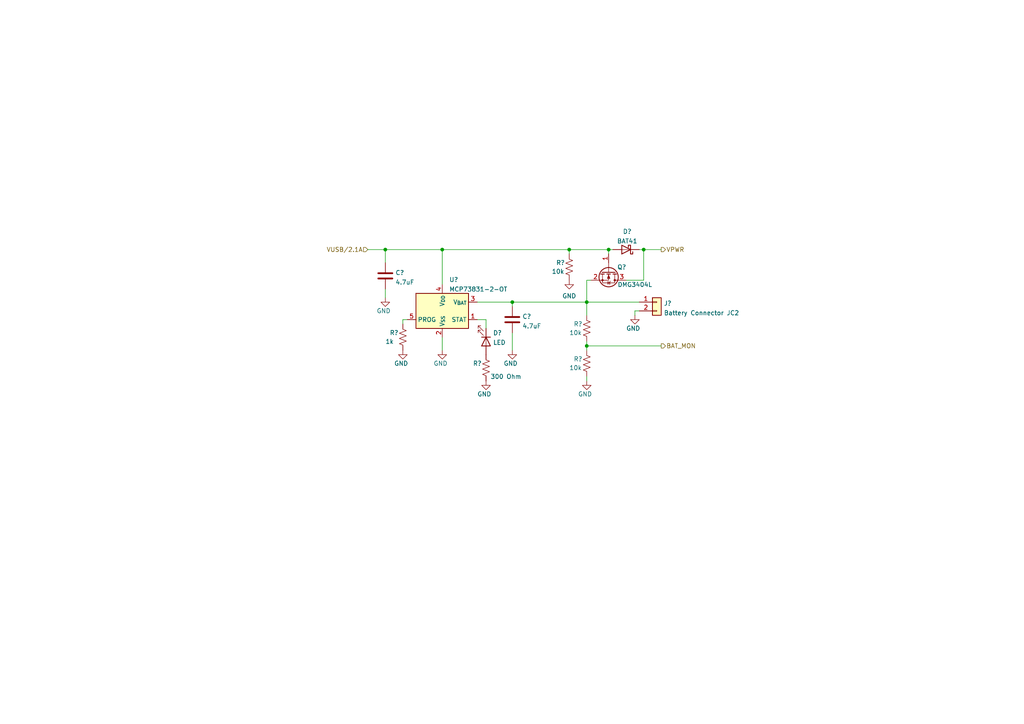
<source format=kicad_sch>
(kicad_sch (version 20230121) (generator eeschema)
  (paper "A4")
  (title_block (title "EMG-2x: Two channel EMG board") (date "2022-02-11") (rev "1") (company "Developed by Rf-lab.org"))
  (lib_symbols
    (symbol "Battery_Management:MCP73831-2-OT"
      (property "Reference" "U" (at -7.62 6.35 0))
      (property "Value" "MCP73831-2-OT" (at 1.27 6.35 0))
      (symbol "MCP73831-2-OT_0_1"
        (rectangle (start -7.62 5.08) (end 7.62 -5.08) (stroke (width 0.254)) (fill (type background)))
      )
      (symbol "MCP73831-2-OT_1_1"
        (pin output line (at 10.16 -2.54 180) (length 2.54) (name "STAT") (number "1"))
        (pin power_in line (at 0 -7.62 90) (length 2.54) (name "V_{SS}") (number "2"))
        (pin power_out line (at 10.16 2.54 180) (length 2.54) (name "V_{BAT}") (number "3"))
        (pin power_in line (at 0 7.62 270) (length 2.54) (name "V_{DD}") (number "4"))
        (pin input line (at -10.16 -2.54 0) (length 2.54) (name "PROG") (number "5"))
      )
    )
    (symbol "Connector_Generic:Conn_01x02" (pin_names (offset 1.016) hide)
      (property "Reference" "J" (at 0 2.54 0))
      (property "Value" "Conn_01x02" (at 0 -5.08 0))
      (symbol "Conn_01x02_1_1"
        (rectangle (start -1.27 -2.413) (end 0 -2.667) (stroke (width 0.1524)))
        (rectangle (start -1.27 0.127) (end 0 -0.127) (stroke (width 0.1524)))
        (rectangle (start -1.27 1.27) (end 1.27 -3.81) (stroke (width 0.254)) (fill (type background)))
        (pin passive line (at -5.08 0 0) (length 3.81) (name "Pin_1") (number "1"))
        (pin passive line (at -5.08 -2.54 0) (length 3.81) (name "Pin_2") (number "2"))
      )
    )
    (symbol "Device:C" (pin_numbers hide) (pin_names (offset 0.254))
      (property "Reference" "C" (at 0.635 2.54 0))
      (property "Value" "C" (at 0.635 -2.54 0))
      (symbol "C_0_1"
        (polyline (pts (xy -2.032 -0.762) (xy 2.032 -0.762)) (stroke (width 0.508)))
        (polyline (pts (xy -2.032 0.762) (xy 2.032 0.762)) (stroke (width 0.508)))
      )
      (symbol "C_1_1"
        (pin passive line (at 0 3.81 270) (length 2.794) (name "~") (number "1"))
        (pin passive line (at 0 -3.81 90) (length 2.794) (name "~") (number "2"))
      )
    )
    (symbol "Device:LED" (pin_numbers hide) (pin_names (offset 1.016) hide)
      (property "Reference" "D" (at 0 2.54 0))
      (property "Value" "LED" (at 0 -2.54 0))
      (symbol "LED_0_1"
        (polyline (pts (xy -1.27 -1.27) (xy -1.27 1.27)) (stroke (width 0.254)))
        (polyline (pts (xy -1.27 0) (xy 1.27 0)))
        (polyline (pts (xy 1.27 -1.27) (xy 1.27 1.27) (xy -1.27 0) (xy 1.27 -1.27)) (stroke (width 0.254)))
        (polyline (pts (xy -3.048 -0.762) (xy -4.572 -2.286) (xy -3.81 -2.286) (xy -4.572 -2.286) (xy -4.572 -1.524)))
        (polyline (pts (xy -1.778 -0.762) (xy -3.302 -2.286) (xy -2.54 -2.286) (xy -3.302 -2.286) (xy -3.302 -1.524)))
      )
      (symbol "LED_1_1"
        (pin passive line (at -3.81 0 0) (length 2.54) (name "K") (number "1"))
        (pin passive line (at 3.81 0 180) (length 2.54) (name "A") (number "2"))
      )
    )
    (symbol "Device:R_US" (pin_numbers hide) (pin_names (offset 0))
      (property "Reference" "R" (at 2.54 0 90))
      (property "Value" "R_US" (at -2.54 0 90))
      (symbol "R_US_0_1"
        (polyline (pts (xy 0 -2.286) (xy 0 -2.54)))
        (polyline (pts (xy 0 2.286) (xy 0 2.54)))
        (polyline (pts (xy 0 -0.762) (xy 1.016 -1.143) (xy 0 -1.524) (xy -1.016 -1.905) (xy 0 -2.286)))
        (polyline (pts (xy 0 0.762) (xy 1.016 0.381) (xy 0 0) (xy -1.016 -0.381) (xy 0 -0.762)))
        (polyline (pts (xy 0 2.286) (xy 1.016 1.905) (xy 0 1.524) (xy -1.016 1.143) (xy 0 0.762)))
      )
      (symbol "R_US_1_1"
        (pin passive line (at 0 3.81 270) (length 1.27) (name "~") (number "1"))
        (pin passive line (at 0 -3.81 90) (length 1.27) (name "~") (number "2"))
      )
    )
    (symbol "Diode:BAT41" (pin_numbers hide) (pin_names (offset 1.016) hide)
      (property "Reference" "D" (at 0 2.54 0))
      (property "Value" "BAT41" (at 0 -2.54 0))
      (symbol "BAT41_0_1"
        (polyline (pts (xy 1.27 0) (xy -1.27 0)))
        (polyline (pts (xy 1.27 1.27) (xy 1.27 -1.27) (xy -1.27 0) (xy 1.27 1.27)) (stroke (width 0.254)))
        (polyline (pts (xy -1.905 0.635) (xy -1.905 1.27) (xy -1.27 1.27) (xy -1.27 -1.27) (xy -0.635 -1.27) (xy -0.635 -0.635)) (stroke (width 0.254)))
      )
      (symbol "BAT41_1_1"
        (pin passive line (at -3.81 0 0) (length 2.54) (name "K") (number "1"))
        (pin passive line (at 3.81 0 180) (length 2.54) (name "A") (number "2"))
      )
    )
    (symbol "Transistor_FET:DMG3404L" (pin_names hide)
      (property "Reference" "Q" (at 5.08 1.905 0))
      (property "Value" "DMG3404L" (at 5.08 0 0))
      (symbol "DMG3404L_0_1"
        (polyline (pts (xy 0.254 0) (xy -2.54 0)))
        (polyline (pts (xy 0.254 1.905) (xy 0.254 -1.905)) (stroke (width 0.254)))
        (polyline (pts (xy 0.762 -1.27) (xy 0.762 -2.286)) (stroke (width 0.254)))
        (polyline (pts (xy 0.762 0.508) (xy 0.762 -0.508)) (stroke (width 0.254)))
        (polyline (pts (xy 0.762 2.286) (xy 0.762 1.27)) (stroke (width 0.254)))
        (polyline (pts (xy 2.54 2.54) (xy 2.54 1.778)))
        (polyline (pts (xy 2.54 -2.54) (xy 2.54 0) (xy 0.762 0)))
        (polyline (pts (xy 0.762 -1.778) (xy 3.302 -1.778) (xy 3.302 1.778) (xy 0.762 1.778)))
        (polyline (pts (xy 1.016 0) (xy 2.032 0.381) (xy 2.032 -0.381) (xy 1.016 0)) (fill (type outline)))
        (polyline (pts (xy 2.794 0.508) (xy 2.921 0.381) (xy 3.683 0.381) (xy 3.81 0.254)))
        (polyline (pts (xy 3.302 0.381) (xy 2.921 -0.254) (xy 3.683 -0.254) (xy 3.302 0.381)))
        (circle (center 1.651 0) (radius 2.794) (stroke (width 0.254)))
        (circle (center 2.54 -1.778) (radius 0.254) (fill (type outline)))
        (circle (center 2.54 1.778) (radius 0.254) (fill (type outline)))
      )
      (symbol "DMG3404L_1_1"
        (pin input line (at -5.08 0 0) (length 2.54) (name "G") (number "1"))
        (pin passive line (at 2.54 -5.08 90) (length 2.54) (name "S") (number "2"))
        (pin passive line (at 2.54 5.08 270) (length 2.54) (name "D") (number "3"))
      )
    )
    (symbol "power:GND" (power) (pin_names (offset 0))
      (property "Value" "GND" (at 0 -3.81 0))
      (symbol "GND_0_1"
        (polyline (pts (xy 0 0) (xy 0 -1.27) (xy 1.27 -1.27) (xy 0 -2.54) (xy -1.27 -1.27) (xy 0 -1.27)))
      )
      (symbol "GND_1_1"
        (pin power_in line (at 0 0 270) (length 0) hide (name "GND") (number "1"))
      )
    )
  )
  (junction (at 111.76 72.39))
  (junction (at 128.27 72.39))
  (junction (at 170.18 87.63))
  (junction (at 186.69 72.39))
  (junction (at 170.18 100.33))
  (junction (at 165.1 72.39))
  (junction (at 148.59 87.63))
  (junction (at 176.53 72.39))
  (wire (pts (xy 170.18 87.63) (xy 170.18 81.28)))
  (wire (pts (xy 148.59 96.52) (xy 148.59 101.6)))
  (wire (pts (xy 170.18 100.33) (xy 170.18 101.6)))
  (wire (pts (xy 140.97 92.71) (xy 140.97 95.25)))
  (wire (pts (xy 111.76 72.39) (xy 128.27 72.39)))
  (wire (pts (xy 111.76 76.2) (xy 111.76 72.39)))
  (wire (pts (xy 128.27 72.39) (xy 128.27 82.55)))
  (wire (pts (xy 186.69 72.39) (xy 191.77 72.39)))
  (wire (pts (xy 176.53 73.66) (xy 176.53 72.39)))
  (wire (pts (xy 170.18 87.63) (xy 185.42 87.63)))
  (wire (pts (xy 184.15 90.17) (xy 184.15 91.44)))
  (wire (pts (xy 148.59 88.9) (xy 148.59 87.63)))
  (wire (pts (xy 148.59 87.63) (xy 170.18 87.63)))
  (wire (pts (xy 186.69 72.39) (xy 186.69 81.28)))
  (wire (pts (xy 118.11 92.71) (xy 116.84 92.71)))
  (wire (pts (xy 116.84 92.71) (xy 116.84 93.98)))
  (wire (pts (xy 171.45 81.28) (xy 170.18 81.28)))
  (wire (pts (xy 170.18 110.49) (xy 170.18 109.22)))
  (wire (pts (xy 165.1 72.39) (xy 176.53 72.39)))
  (wire (pts (xy 106.68 72.39) (xy 111.76 72.39)))
  (wire (pts (xy 185.42 72.39) (xy 186.69 72.39)))
  (wire (pts (xy 186.69 81.28) (xy 181.61 81.28)))
  (wire (pts (xy 111.76 83.82) (xy 111.76 86.36)))
  (wire (pts (xy 170.18 91.44) (xy 170.18 87.63)))
  (wire (pts (xy 165.1 73.66) (xy 165.1 72.39)))
  (wire (pts (xy 185.42 90.17) (xy 184.15 90.17)))
  (wire (pts (xy 128.27 72.39) (xy 165.1 72.39)))
  (wire (pts (xy 176.53 72.39) (xy 177.8 72.39)))
  (wire (pts (xy 138.43 92.71) (xy 140.97 92.71)))
  (wire (pts (xy 170.18 99.06) (xy 170.18 100.33)))
  (wire (pts (xy 128.27 97.79) (xy 128.27 101.6)))
  (wire (pts (xy 138.43 87.63) (xy 148.59 87.63)))
  (wire (pts (xy 191.77 100.33) (xy 170.18 100.33)))
  (hierarchical_label "BAT_MON" (shape output) (at 191.77 100.33 0))
  (hierarchical_label "VPWR" (shape output) (at 191.77 72.39 0))
  (hierarchical_label "VUSB{slash}2.1A" (shape input) (at 106.68 72.39 180))
  (symbol (lib_id "Device:R_US") (at 170.18 95.25 180) (unit 1)
    (property "Reference" "R?" (at 166.37 93.98 0) (effects (justify right)))
    (property "Value" "10k" (at 165.1 96.52 0) (effects (justify right)))
  )
  (symbol (lib_id "power:GND") (at 116.84 101.6 0) (unit 1)
    (property "Reference" "#PWR0158" (effects hide))
    (property "Value" "GND" (at 114.3 105.41 0) (effects (justify left)))
  )
  (symbol (lib_id "Device:C") (at 148.59 92.71 0) (unit 1)
    (property "Reference" "C?" (at 151.511 91.8015 0) (effects (justify left)))
    (property "Value" "4.7uF" (at 151.511 94.5766 0) (effects (justify left)))
  )
  (symbol (lib_id "Device:R_US") (at 170.18 105.41 180) (unit 1)
    (property "Reference" "R?" (at 166.37 104.14 0) (effects (justify right)))
    (property "Value" "10k" (at 165.1 106.68 0) (effects (justify right)))
  )
  (symbol (lib_id "power:GND") (at 128.27 101.6 0) (unit 1)
    (property "Reference" "#PWR0157" (effects hide))
    (property "Value" "GND" (at 125.73 105.41 0) (effects (justify left)))
  )
  (symbol (lib_id "Device:R_US") (at 165.1 77.47 180) (unit 1)
    (property "Reference" "R?" (at 161.29 76.2 0) (effects (justify right)))
    (property "Value" "10k" (at 160.02 78.74 0) (effects (justify right)))
  )
  (symbol (lib_id "Connector_Generic:Conn_01x02") (at 190.5 87.63 0) (unit 1)
    (property "Reference" "J?" (at 192.532 87.9915 0) (effects (justify left)))
    (property "Value" "Battery Connector JC2" (at 192.532 90.7666 0) (effects (justify left)))
  )
  (symbol (lib_id "power:GND") (at 184.15 91.44 0) (unit 1)
    (property "Reference" "#PWR0154" (effects hide))
    (property "Value" "GND" (at 181.61 95.25 0) (effects (justify left)))
  )
  (symbol (lib_id "Transistor_FET:DMG3404L") (at 176.53 78.74 270) (unit 1)
    (property "Reference" "Q?" (at 180.34 77.47 90))
    (property "Value" "DMG3404L" (at 184.15 82.55 90))
    (property "Footprint" "Package_TO_SOT_SMD:SOT-23" (effects hide))
    (property "Datasheet" "http://www.diodes.com/assets/Datasheets/DMG3404L.pdf" (effects hide))
  )
  (symbol (lib_id "power:GND") (at 165.1 81.28 0) (unit 1)
    (property "Reference" "#PWR0155" (effects hide))
    (property "Value" "GND" (at 165.1 85.8425 0))
  )
  (symbol (lib_id "power:GND") (at 170.18 110.49 0) (unit 1)
    (property "Reference" "#PWR0159" (effects hide))
    (property "Value" "GND" (at 167.64 114.3 0) (effects (justify left)))
  )
  (symbol (lib_id "power:GND") (at 111.76 86.36 0) (unit 1)
    (property "Reference" "#PWR0156" (effects hide))
    (property "Value" "GND" (at 109.22 90.17 0) (effects (justify left)))
  )
  (symbol (lib_id "Device:LED") (at 140.97 99.06 270) (unit 1)
    (property "Reference" "D?" (at 143.002 96.564 90) (effects (justify left)))
    (property "Value" "LED" (at 143.002 99.3391 90) (effects (justify left)))
  )
  (symbol (lib_id "Device:C") (at 111.76 80.01 180) (unit 1)
    (property "Reference" "C?" (at 114.681 79.1015 0) (effects (justify right)))
    (property "Value" "4.7uF" (at 114.681 81.8766 0) (effects (justify right)))
  )
  (symbol (lib_id "power:GND") (at 140.97 110.49 0) (unit 1)
    (property "Reference" "#PWR0160" (effects hide))
    (property "Value" "GND" (at 138.43 114.3 0) (effects (justify left)))
  )
  (symbol (lib_id "Device:R_US") (at 116.84 97.79 180) (unit 1)
    (property "Reference" "R?" (at 113.03 96.52 0) (effects (justify right)))
    (property "Value" "1k" (at 111.76 99.06 0) (effects (justify right)))
  )
  (symbol (lib_id "power:GND") (at 148.59 101.6 0) (unit 1)
    (property "Reference" "#PWR0161" (effects hide))
    (property "Value" "GND" (at 146.05 105.41 0) (effects (justify left)))
  )
  (symbol (lib_id "Battery_Management:MCP73831-2-OT") (at 128.27 90.17 0) (unit 1)
    (property "Reference" "U?" (at 130.2894 81.1235 0) (effects (justify left)))
    (property "Value" "MCP73831-2-OT" (at 130.2894 83.8986 0) (effects (justify left)))
    (property "Footprint" "Package_TO_SOT_SMD:SOT-23-5" (effects hide))
    (property "Datasheet" "http://ww1.microchip.com/downloads/en/DeviceDoc/20001984g.pdf" (effects hide))
  )
  (symbol (lib_id "Device:R_US") (at 140.97 106.68 180) (unit 1)
    (property "Reference" "R?" (at 137.16 105.41 0) (effects (justify right)))
    (property "Value" "300 Ohm" (at 142.24 109.22 0) (effects (justify right)))
  )
  (symbol (lib_id "Diode:BAT41") (at 181.61 72.39 180) (unit 1)
    (property "Reference" "D?" (at 181.9275 67.1535 0))
    (property "Value" "BAT41" (at 181.9275 69.9286 0))
    (property "Footprint" "Diode_THT:D_DO-35_SOD27_P7.62mm_Horizontal" (effects hide))
    (property "Datasheet" "http://www.vishay.com/docs/85659/bat41.pdf" (effects hide))
  )
)
</source>
